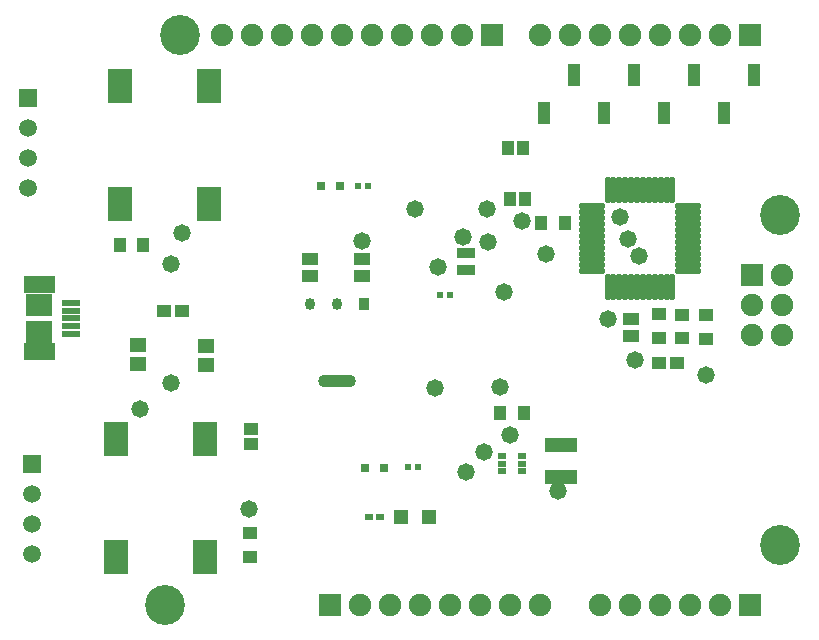
<source format=gts>
G04*
G04 #@! TF.GenerationSoftware,Altium Limited,Altium Designer,23.10.1 (27)*
G04*
G04 Layer_Color=8388736*
%FSLAX44Y44*%
%MOMM*%
G71*
G04*
G04 #@! TF.SameCoordinates,DC49990F-6EA9-493E-B2B0-75892BC7290B*
G04*
G04*
G04 #@! TF.FilePolarity,Negative*
G04*
G01*
G75*
%ADD17R,0.8000X0.8000*%
%ADD18R,0.6153X0.5725*%
%ADD19R,1.1500X1.1500*%
%ADD20R,1.2500X1.0000*%
%ADD21R,1.3061X1.0582*%
%ADD22R,1.3562X1.1046*%
%ADD23R,2.0000X3.0000*%
%ADD25R,0.7000X0.5000*%
%ADD27R,1.0000X1.2500*%
%ADD32R,1.3562X1.0546*%
%ADD33R,0.8721X1.0043*%
G04:AMPARAMS|DCode=34|XSize=1.0043mm|YSize=0.8721mm|CornerRadius=0.4361mm|HoleSize=0mm|Usage=FLASHONLY|Rotation=270.000|XOffset=0mm|YOffset=0mm|HoleType=Round|Shape=RoundedRectangle|*
%AMROUNDEDRECTD34*
21,1,1.0043,0.0000,0,0,270.0*
21,1,0.1322,0.8721,0,0,270.0*
1,1,0.8721,0.0000,-0.0661*
1,1,0.8721,0.0000,0.0661*
1,1,0.8721,0.0000,0.0661*
1,1,0.8721,0.0000,-0.0661*
%
%ADD34ROUNDEDRECTD34*%
G04:AMPARAMS|DCode=35|XSize=1.0043mm|YSize=3.1821mm|CornerRadius=0.4369mm|HoleSize=0mm|Usage=FLASHONLY|Rotation=270.000|XOffset=0mm|YOffset=0mm|HoleType=Round|Shape=RoundedRectangle|*
%AMROUNDEDRECTD35*
21,1,1.0043,2.3084,0,0,270.0*
21,1,0.1306,3.1821,0,0,270.0*
1,1,0.8737,-1.1542,-0.0653*
1,1,0.8737,-1.1542,0.0653*
1,1,0.8737,1.1542,0.0653*
1,1,0.8737,1.1542,-0.0653*
%
%ADD35ROUNDEDRECTD35*%
%ADD38R,1.4562X1.3046*%
%ADD39R,0.5200X0.5200*%
%ADD40R,1.0200X1.9050*%
%ADD42R,1.1532X1.0032*%
%ADD43R,2.8032X1.2032*%
%ADD44O,0.5032X2.3032*%
%ADD45O,2.3032X0.5032*%
%ADD46R,1.0032X1.1532*%
%ADD47R,0.5132X0.8632*%
%ADD48R,2.2032X1.9532*%
%ADD49R,1.5532X0.6032*%
%ADD50R,0.7532X0.5032*%
%ADD51R,1.5200X1.5200*%
%ADD52C,1.5200*%
%ADD53C,0.6532*%
%ADD54C,3.3782*%
%ADD55C,1.9032*%
%ADD56R,1.9032X1.9032*%
%ADD57R,1.9032X1.9032*%
%ADD58C,1.4732*%
G36*
X20012Y232470D02*
Y246957D01*
X46020D01*
Y232470D01*
X20012D01*
D02*
G37*
G36*
X19997Y288970D02*
Y303533D01*
X46020D01*
Y288970D01*
X19997D01*
D02*
G37*
D17*
X287750Y379750D02*
D03*
X271250D02*
D03*
X308750Y141500D02*
D03*
X325250D02*
D03*
D18*
X311500Y380250D02*
D03*
X302929D02*
D03*
X353785Y141750D02*
D03*
X345214D02*
D03*
D19*
X362750Y100000D02*
D03*
X339250D02*
D03*
D20*
X597500Y250750D02*
D03*
Y270750D02*
D03*
X577250Y251000D02*
D03*
Y271000D02*
D03*
X557500Y251250D02*
D03*
Y271250D02*
D03*
X211250Y66250D02*
D03*
Y86250D02*
D03*
D21*
X557739Y230000D02*
D03*
X573261D02*
D03*
X138489Y274500D02*
D03*
X154011D02*
D03*
D22*
X534250Y253134D02*
D03*
Y267250D02*
D03*
D23*
X173500Y166000D02*
D03*
X98500D02*
D03*
Y66000D02*
D03*
X173500D02*
D03*
X101500Y365000D02*
D03*
X176500D02*
D03*
Y465000D02*
D03*
X101500D02*
D03*
D25*
X312500Y99750D02*
D03*
X321500D02*
D03*
D27*
X423250Y188000D02*
D03*
X443250D02*
D03*
X478000Y348750D02*
D03*
X458000D02*
D03*
X121250Y329750D02*
D03*
X101250D02*
D03*
D32*
X306000Y318500D02*
D03*
Y303984D02*
D03*
X262500Y318250D02*
D03*
Y303734D02*
D03*
D33*
X308400Y280450D02*
D03*
D34*
X285500D02*
D03*
X262600D02*
D03*
D35*
X285500Y214550D02*
D03*
D38*
X174000Y228692D02*
D03*
Y244808D02*
D03*
X116750Y245308D02*
D03*
Y229192D02*
D03*
D39*
X380750Y287750D02*
D03*
X372750D02*
D03*
D40*
X460600Y441975D02*
D03*
X486000Y474025D02*
D03*
X511400Y441975D02*
D03*
X536800Y474025D02*
D03*
X562200Y441975D02*
D03*
X587600Y474025D02*
D03*
X613000Y441975D02*
D03*
X638400Y474025D02*
D03*
D42*
X212500Y161750D02*
D03*
Y174250D02*
D03*
D43*
X474500Y133750D02*
D03*
Y160750D02*
D03*
D44*
X514250Y294250D02*
D03*
X519250D02*
D03*
X524250D02*
D03*
X529250D02*
D03*
X534250D02*
D03*
X539250D02*
D03*
X544250D02*
D03*
X549250D02*
D03*
X554250D02*
D03*
X559250D02*
D03*
X564250D02*
D03*
X569250D02*
D03*
Y376250D02*
D03*
X564250D02*
D03*
X559250D02*
D03*
X554250D02*
D03*
X549250D02*
D03*
X544250D02*
D03*
X539250D02*
D03*
X534250D02*
D03*
X529250D02*
D03*
X524250D02*
D03*
X519250D02*
D03*
X514250D02*
D03*
D45*
X582750Y307750D02*
D03*
Y312750D02*
D03*
Y317750D02*
D03*
Y322750D02*
D03*
Y327750D02*
D03*
Y332750D02*
D03*
Y337750D02*
D03*
Y342750D02*
D03*
Y347750D02*
D03*
Y352750D02*
D03*
Y357750D02*
D03*
Y362750D02*
D03*
X500750D02*
D03*
Y357750D02*
D03*
Y352750D02*
D03*
Y347750D02*
D03*
Y342750D02*
D03*
Y337750D02*
D03*
Y332750D02*
D03*
Y327750D02*
D03*
Y322750D02*
D03*
Y317750D02*
D03*
Y312750D02*
D03*
Y307750D02*
D03*
D46*
X442750Y412000D02*
D03*
X430250D02*
D03*
X444000Y369000D02*
D03*
X431500D02*
D03*
D47*
X399750Y323350D02*
D03*
X394750D02*
D03*
X389750D02*
D03*
Y308650D02*
D03*
X394750D02*
D03*
X399750D02*
D03*
D48*
X33020Y256720D02*
D03*
Y279220D02*
D03*
D49*
X59820Y254970D02*
D03*
Y261470D02*
D03*
Y267970D02*
D03*
Y274470D02*
D03*
Y280970D02*
D03*
D50*
X424500Y151500D02*
D03*
Y145000D02*
D03*
Y138500D02*
D03*
X442000Y151500D02*
D03*
Y145000D02*
D03*
Y138500D02*
D03*
D51*
X27000Y144750D02*
D03*
X24000Y454800D02*
D03*
D52*
X27000Y119350D02*
D03*
Y93950D02*
D03*
Y68550D02*
D03*
X24000Y429400D02*
D03*
Y404000D02*
D03*
Y378600D02*
D03*
D53*
X33020Y239720D02*
D03*
Y296220D02*
D03*
D54*
X660400Y355600D02*
D03*
X139700Y25400D02*
D03*
X660400Y76200D02*
D03*
X152400Y508000D02*
D03*
D55*
X457200Y25400D02*
D03*
X431800D02*
D03*
X406400D02*
D03*
X381000D02*
D03*
X355600D02*
D03*
X330200D02*
D03*
X304800D02*
D03*
X508000D02*
D03*
X533400D02*
D03*
X558800D02*
D03*
X584200D02*
D03*
X609600D02*
D03*
X661670Y304800D02*
D03*
X636270Y279400D02*
D03*
X661670D02*
D03*
X636270Y254000D02*
D03*
X661670D02*
D03*
X457200Y508000D02*
D03*
X482600D02*
D03*
X508000D02*
D03*
X533400D02*
D03*
X558800D02*
D03*
X584200D02*
D03*
X609600D02*
D03*
X187960D02*
D03*
X213360D02*
D03*
X238760D02*
D03*
X264160D02*
D03*
X289560D02*
D03*
X314960D02*
D03*
X340360D02*
D03*
X365760D02*
D03*
X391160D02*
D03*
D56*
X279400Y25400D02*
D03*
X635000D02*
D03*
Y508000D02*
D03*
X416560D02*
D03*
D57*
X636270Y304800D02*
D03*
D58*
X472250Y121500D02*
D03*
X515000Y267250D02*
D03*
X118000Y191250D02*
D03*
X144750Y213500D02*
D03*
X394250Y138250D02*
D03*
X432000Y169500D02*
D03*
X409250Y154750D02*
D03*
X210600Y106650D02*
D03*
X368250Y208750D02*
D03*
X144750Y314250D02*
D03*
X154250Y340000D02*
D03*
X392250Y337001D02*
D03*
X371000Y311500D02*
D03*
X525153Y353625D02*
D03*
X531556Y334694D02*
D03*
X540500Y320749D02*
D03*
X426403Y290152D02*
D03*
X461948Y322638D02*
D03*
X597408Y219900D02*
D03*
X537750Y232750D02*
D03*
X411988Y360172D02*
D03*
X351536D02*
D03*
X423500Y209500D02*
D03*
X306500Y333500D02*
D03*
X441750Y350750D02*
D03*
X412750Y332250D02*
D03*
M02*

</source>
